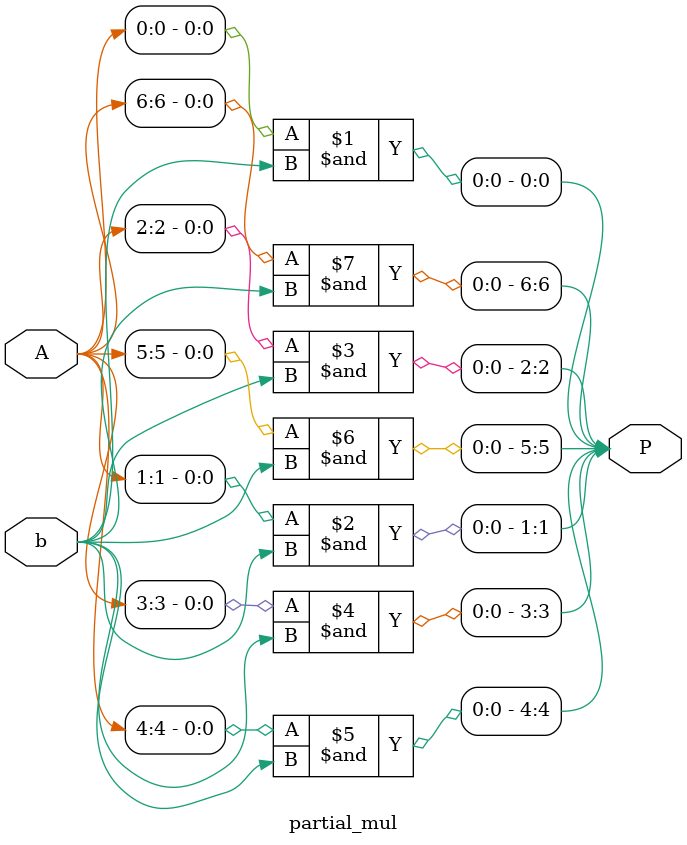
<source format=v>
`timescale 1ns / 1ps
module partial_mul(
	input [6:0]A, 
	input b,
	output [6:0]P
    );
assign P[0] = A[0]&b;
assign P[1] = A[1]&b;
assign P[2] = A[2]&b;
assign P[3] = A[3]&b;
assign P[4] = A[4]&b;
assign P[5] = A[5]&b;
assign P[6] = A[6]&b;

endmodule

</source>
